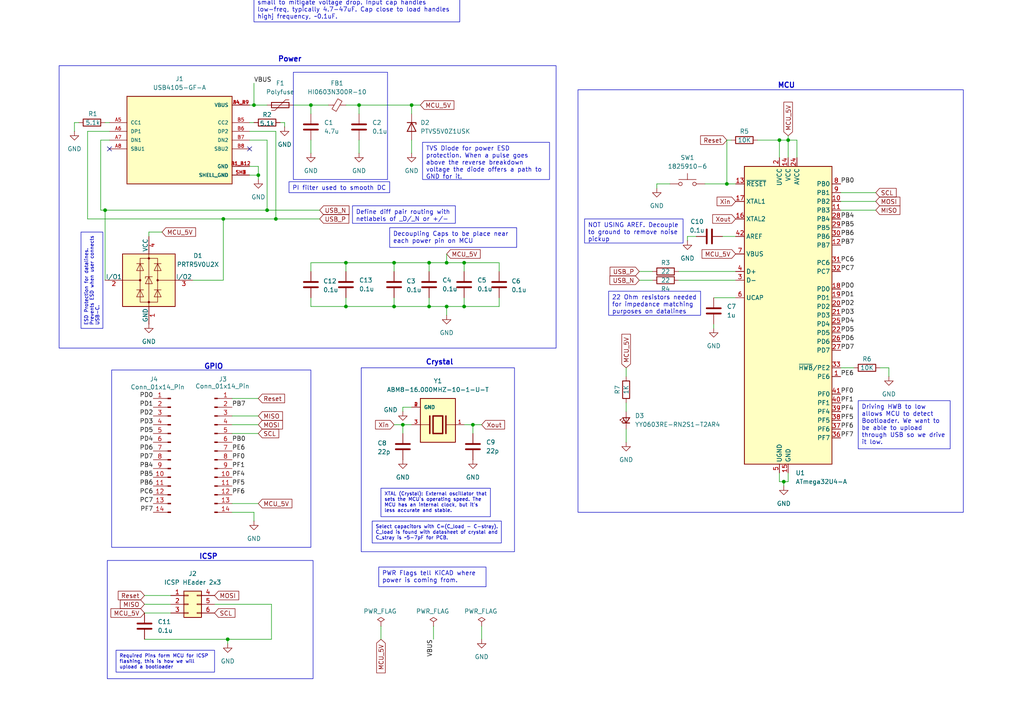
<source format=kicad_sch>
(kicad_sch (version 20250114) (generator "eeschema") (generator_version "9.0")
  (paper "A4")
  (title_block (title "ATmega32U4") (company "Practice") (comment 1 "Dev board PCB design"))
  (lib_symbols
    (symbol "ABM8-16.000MHZ-10-1-U-T:ABM8-16.000MHZ-10-1-U-T" (pin_names (offset 1.016))
      (property "Reference" "Y" (at -5.0878 6.3559 0))
      (property "Value" "ABM8-16.000MHZ-10-1-U-T" (at -5.0944 -10.16 0))
      (symbol "ABM8-16.000MHZ-10-1-U-T_0_0"
        (polyline (pts (xy -5.08 0) (xy -2.54 0)) (stroke (width 0.1524)))
        (rectangle (start -5.08 -7.62) (end 5.08 5.08) (stroke (width 0.254)) (fill (type background)))
        (polyline (pts (xy -2.3368 2.54) (xy -2.3368 -2.54)) (stroke (width 0.4064)))
        (polyline (pts (xy -1.397 2.54) (xy -1.397 -2.54)) (stroke (width 0.4064)))
        (polyline (pts (xy -1.397 2.54) (xy 1.397 2.54)) (stroke (width 0.4064)))
        (polyline (pts (xy 1.397 2.54) (xy 1.397 -2.54)) (stroke (width 0.4064)))
        (polyline (pts (xy 1.397 -2.54) (xy -1.397 -2.54)) (stroke (width 0.4064)))
        (polyline (pts (xy 2.3368 2.54) (xy 2.3368 -2.54)) (stroke (width 0.4064)))
        (polyline (pts (xy 2.54 0) (xy 5.08 0)) (stroke (width 0.1524)))
        (pin passive line (at -7.62 0 0) (length 2.54) (name "~") (number "1"))
        (pin passive line (at 7.62 0 180) (length 2.54) (name "~") (number "3"))
        (pin power_in line (at 7.62 -5.08 180) (length 2.54) (name "GND") (number "2"))
        (pin power_in line (at 7.62 -5.08 180) (length 2.54) (name "GND") (number "4"))
      )
    )
    (symbol "Connector:Conn_01x14_Pin" (pin_names (offset 1.016) (hide yes))
      (property "Reference" "J" (at 0 17.78 0))
      (property "Value" "Conn_01x14_Pin" (at 0 -20.32 0))
      (symbol "Conn_01x14_Pin_1_1"
        (rectangle (start 0.8636 15.367) (end 0 15.113) (stroke (width 0.1524)) (fill (type outline)))
        (rectangle (start 0.8636 12.827) (end 0 12.573) (stroke (width 0.1524)) (fill (type outline)))
        (rectangle (start 0.8636 10.287) (end 0 10.033) (stroke (width 0.1524)) (fill (type outline)))
        (rectangle (start 0.8636 7.747) (end 0 7.493) (stroke (width 0.1524)) (fill (type outline)))
        (rectangle (start 0.8636 5.207) (end 0 4.953) (stroke (width 0.1524)) (fill (type outline)))
        (rectangle (start 0.8636 2.667) (end 0 2.413) (stroke (width 0.1524)) (fill (type outline)))
        (rectangle (start 0.8636 0.127) (end 0 -0.127) (stroke (width 0.1524)) (fill (type outline)))
        (rectangle (start 0.8636 -2.413) (end 0 -2.667) (stroke (width 0.1524)) (fill (type outline)))
        (rectangle (start 0.8636 -4.953) (end 0 -5.207) (stroke (width 0.1524)) (fill (type outline)))
        (rectangle (start 0.8636 -7.493) (end 0 -7.747) (stroke (width 0.1524)) (fill (type outline)))
        (rectangle (start 0.8636 -10.033) (end 0 -10.287) (stroke (width 0.1524)) (fill (type outline)))
        (rectangle (start 0.8636 -12.573) (end 0 -12.827) (stroke (width 0.1524)) (fill (type outline)))
        (rectangle (start 0.8636 -15.113) (end 0 -15.367) (stroke (width 0.1524)) (fill (type outline)))
        (rectangle (start 0.8636 -17.653) (end 0 -17.907) (stroke (width 0.1524)) (fill (type outline)))
        (polyline (pts (xy 1.27 15.24) (xy 0.8636 15.24)) (stroke (width 0.1524)))
        (polyline (pts (xy 1.27 12.7) (xy 0.8636 12.7)) (stroke (width 0.1524)))
        (polyline (pts (xy 1.27 10.16) (xy 0.8636 10.16)) (stroke (width 0.1524)))
        (polyline (pts (xy 1.27 7.62) (xy 0.8636 7.62)) (stroke (width 0.1524)))
        (polyline (pts (xy 1.27 5.08) (xy 0.8636 5.08)) (stroke (width 0.1524)))
        (polyline (pts (xy 1.27 2.54) (xy 0.8636 2.54)) (stroke (width 0.1524)))
        (polyline (pts (xy 1.27 0) (xy 0.8636 0)) (stroke (width 0.1524)))
        (polyline (pts (xy 1.27 -2.54) (xy 0.8636 -2.54)) (stroke (width 0.1524)))
        (polyline (pts (xy 1.27 -5.08) (xy 0.8636 -5.08)) (stroke (width 0.1524)))
        (polyline (pts (xy 1.27 -7.62) (xy 0.8636 -7.62)) (stroke (width 0.1524)))
        (polyline (pts (xy 1.27 -10.16) (xy 0.8636 -10.16)) (stroke (width 0.1524)))
        (polyline (pts (xy 1.27 -12.7) (xy 0.8636 -12.7)) (stroke (width 0.1524)))
        (polyline (pts (xy 1.27 -15.24) (xy 0.8636 -15.24)) (stroke (width 0.1524)))
        (polyline (pts (xy 1.27 -17.78) (xy 0.8636 -17.78)) (stroke (width 0.1524)))
        (pin passive line (at 5.08 15.24 180) (length 3.81) (name "Pin_1") (number "1"))
        (pin passive line (at 5.08 12.7 180) (length 3.81) (name "Pin_2") (number "2"))
        (pin passive line (at 5.08 10.16 180) (length 3.81) (name "Pin_3") (number "3"))
        (pin passive line (at 5.08 7.62 180) (length 3.81) (name "Pin_4") (number "4"))
        (pin passive line (at 5.08 5.08 180) (length 3.81) (name "Pin_5") (number "5"))
        (pin passive line (at 5.08 2.54 180) (length 3.81) (name "Pin_6") (number "6"))
        (pin passive line (at 5.08 0 180) (length 3.81) (name "Pin_7") (number "7"))
        (pin passive line (at 5.08 -2.54 180) (length 3.81) (name "Pin_8") (number "8"))
        (pin passive line (at 5.08 -5.08 180) (length 3.81) (name "Pin_9") (number "9"))
        (pin passive line (at 5.08 -7.62 180) (length 3.81) (name "Pin_10") (number "10"))
        (pin passive line (at 5.08 -10.16 180) (length 3.81) (name "Pin_11") (number "11"))
        (pin passive line (at 5.08 -12.7 180) (length 3.81) (name "Pin_12") (number "12"))
        (pin passive line (at 5.08 -15.24 180) (length 3.81) (name "Pin_13") (number "13"))
        (pin passive line (at 5.08 -17.78 180) (length 3.81) (name "Pin_14") (number "14"))
      )
    )
    (symbol "Connector_Generic:Conn_02x03_Top_Bottom" (pin_names (offset 1.016) (hide yes))
      (property "Reference" "J" (at 1.27 5.08 0))
      (property "Value" "Conn_02x03_Top_Bottom" (at 1.27 -5.08 0))
      (symbol "Conn_02x03_Top_Bottom_1_1"
        (rectangle (start -1.27 3.81) (end 3.81 -3.81) (stroke (width 0.254)) (fill (type background)))
        (rectangle (start -1.27 2.667) (end 0 2.413) (stroke (width 0.1524)))
        (rectangle (start -1.27 0.127) (end 0 -0.127) (stroke (width 0.1524)))
        (rectangle (start -1.27 -2.413) (end 0 -2.667) (stroke (width 0.1524)))
        (rectangle (start 3.81 2.667) (end 2.54 2.413) (stroke (width 0.1524)))
        (rectangle (start 3.81 0.127) (end 2.54 -0.127) (stroke (width 0.1524)))
        (rectangle (start 3.81 -2.413) (end 2.54 -2.667) (stroke (width 0.1524)))
        (pin passive line (at -5.08 2.54 0) (length 3.81) (name "Pin_1") (number "1"))
        (pin passive line (at -5.08 0 0) (length 3.81) (name "Pin_2") (number "2"))
        (pin passive line (at -5.08 -2.54 0) (length 3.81) (name "Pin_3") (number "3"))
        (pin passive line (at 7.62 2.54 180) (length 3.81) (name "Pin_4") (number "4"))
        (pin passive line (at 7.62 0 180) (length 3.81) (name "Pin_5") (number "5"))
        (pin passive line (at 7.62 -2.54 180) (length 3.81) (name "Pin_6") (number "6"))
      )
    )
    (symbol "Device:C" (pin_numbers (hide yes)) (pin_names (offset 0.254))
      (property "Reference" "C" (at 0.635 2.54 0))
      (property "Value" "C" (at 0.635 -2.54 0))
      (symbol "C_0_1"
        (polyline (pts (xy -2.032 0.762) (xy 2.032 0.762)) (stroke (width 0.508)))
        (polyline (pts (xy -2.032 -0.762) (xy 2.032 -0.762)) (stroke (width 0.508)))
      )
      (symbol "C_1_1"
        (pin passive line (at 0 3.81 270) (length 2.794) (name "~") (number "1"))
        (pin passive line (at 0 -3.81 90) (length 2.794) (name "~") (number "2"))
      )
    )
    (symbol "Device:FerriteBead_Small" (pin_numbers (hide yes)) (pin_names (offset 0))
      (property "Reference" "FB" (at 1.905 1.27 0))
      (property "Value" "FerriteBead_Small" (at 1.905 -1.27 0))
      (symbol "FerriteBead_Small_0_1"
        (polyline (pts (xy -1.8288 0.2794) (xy -1.1176 1.4986) (xy 1.8288 -0.2032) (xy 1.1176 -1.4224) (xy -1.8288 0.2794)))
        (polyline (pts (xy 0 0.889) (xy 0 1.2954)))
        (polyline (pts (xy 0 -1.27) (xy 0 -0.7874)))
      )
      (symbol "FerriteBead_Small_1_1"
        (pin passive line (at 0 2.54 270) (length 1.27) (name "~") (number "1"))
        (pin passive line (at 0 -2.54 90) (length 1.27) (name "~") (number "2"))
      )
    )
    (symbol "Device:LED_Small" (pin_numbers (hide yes)) (pin_names (offset 0.254) (hide yes))
      (property "Reference" "D" (at -1.27 3.175 0))
      (property "Value" "LED_Small" (at -4.445 -2.54 0))
      (symbol "LED_Small_0_1"
        (polyline (pts (xy -0.762 -1.016) (xy -0.762 1.016)) (stroke (width 0.254)))
        (polyline (pts (xy 0 0.762) (xy -0.508 1.27) (xy -0.254 1.27) (xy -0.508 1.27) (xy -0.508 1.016)))
        (polyline (pts (xy 0.508 1.27) (xy 0 1.778) (xy 0.254 1.778) (xy 0 1.778) (xy 0 1.524)))
        (polyline (pts (xy 0.762 -1.016) (xy -0.762 0) (xy 0.762 1.016) (xy 0.762 -1.016)) (stroke (width 0.254)))
        (polyline (pts (xy 1.016 0) (xy -0.762 0)))
      )
      (symbol "LED_Small_1_1"
        (pin passive line (at -2.54 0 0) (length 1.778) (name "K") (number "1"))
        (pin passive line (at 2.54 0 180) (length 1.778) (name "A") (number "2"))
      )
    )
    (symbol "Device:Polyfuse" (pin_numbers (hide yes)) (pin_names (offset 0))
      (property "Reference" "F" (at -2.54 0 90))
      (property "Value" "Polyfuse" (at 2.54 0 90))
      (symbol "Polyfuse_0_1"
        (polyline (pts (xy -1.524 2.54) (xy -1.524 1.524) (xy 1.524 -1.524) (xy 1.524 -2.54)))
        (rectangle (start -0.762 2.54) (end 0.762 -2.54) (stroke (width 0.254)))
        (polyline (pts (xy 0 2.54) (xy 0 -2.54)))
      )
      (symbol "Polyfuse_1_1"
        (pin passive line (at 0 3.81 270) (length 1.27) (name "~") (number "1"))
        (pin passive line (at 0 -3.81 90) (length 1.27) (name "~") (number "2"))
      )
    )
    (symbol "Device:R" (pin_numbers (hide yes)) (pin_names (offset 0))
      (property "Reference" "R" (at 2.032 0 90))
      (property "Value" "R" (at 0 0 90))
      (symbol "R_0_1"
        (rectangle (start -1.016 -2.54) (end 1.016 2.54) (stroke (width 0.254)))
      )
      (symbol "R_1_1"
        (pin passive line (at 0 3.81 270) (length 1.27) (name "~") (number "1"))
        (pin passive line (at 0 -3.81 90) (length 1.27) (name "~") (number "2"))
      )
    )
    (symbol "Diode:PTVS5V0Z1USK" (pin_numbers (hide yes)) (pin_names (hide yes))
      (property "Reference" "D" (at 0 2.54 0))
      (property "Value" "PTVS5V0Z1USK" (at 0 -2.54 0))
      (symbol "PTVS5V0Z1USK_0_1"
        (polyline (pts (xy -1.27 -1.27) (xy -1.27 1.27) (xy -0.762 1.27)) (stroke (width 0.254)))
        (polyline (pts (xy 1.27 0) (xy -1.27 0)))
        (polyline (pts (xy 1.27 -1.27) (xy 1.27 1.27) (xy -1.27 0) (xy 1.27 -1.27)) (stroke (width 0.254)))
      )
      (symbol "PTVS5V0Z1USK_1_1"
        (pin passive line (at -3.81 0 0) (length 2.54) (name "K") (number "1"))
        (pin passive line (at 3.81 0 180) (length 2.54) (name "A") (number "2"))
      )
    )
    (symbol "MCU_Microchip_ATmega:ATmega32U4-A"
      (property "Reference" "U" (at -12.7 44.45 0))
      (property "Value" "ATmega32U4-A" (at 2.54 -44.45 0))
      (symbol "ATmega32U4-A_0_1"
        (rectangle (start -12.7 -43.18) (end 12.7 43.18) (stroke (width 0.254)) (fill (type background)))
      )
      (symbol "ATmega32U4-A_1_1"
        (pin input line (at -15.24 38.1 0) (length 2.54) (name "~{RESET}") (number "13"))
        (pin input line (at -15.24 33.02 0) (length 2.54) (name "XTAL1") (number "17"))
        (pin output line (at -15.24 27.94 0) (length 2.54) (name "XTAL2") (number "16"))
        (pin passive line (at -15.24 22.86 0) (length 2.54) (name "AREF") (number "42"))
        (pin input line (at -15.24 17.78 0) (length 2.54) (name "VBUS") (number "7"))
        (pin bidirectional line (at -15.24 12.7 0) (length 2.54) (name "D+") (number "4"))
        (pin bidirectional line (at -15.24 10.16 0) (length 2.54) (name "D-") (number "3"))
        (pin passive line (at -15.24 5.08 0) (length 2.54) (name "UCAP") (number "6"))
        (pin power_in line (at -2.54 45.72 270) (length 2.54) (name "UVCC") (number "2"))
        (pin passive line (at -2.54 -45.72 90) (length 2.54) (name "UGND") (number "5"))
        (pin power_in line (at 0 45.72 270) (length 2.54) (name "VCC") (number "14"))
        (pin passive line (at 0 45.72 270) (length 2.54) (hide yes) (name "VCC") (number "34"))
        (pin power_in line (at 0 -45.72 90) (length 2.54) (name "GND") (number "15"))
        (pin passive line (at 0 -45.72 90) (length 2.54) (hide yes) (name "GND") (number "23"))
        (pin passive line (at 0 -45.72 90) (length 2.54) (hide yes) (name "GND") (number "35"))
        (pin passive line (at 0 -45.72 90) (length 2.54) (hide yes) (name "GND") (number "43"))
        (pin power_in line (at 2.54 45.72 270) (length 2.54) (name "AVCC") (number "24"))
        (pin passive line (at 2.54 45.72 270) (length 2.54) (hide yes) (name "AVCC") (number "44"))
        (pin bidirectional line (at 15.24 38.1 180) (length 2.54) (name "PB0") (number "8"))
        (pin bidirectional line (at 15.24 35.56 180) (length 2.54) (name "PB1") (number "9"))
        (pin bidirectional line (at 15.24 33.02 180) (length 2.54) (name "PB2") (number "10"))
        (pin bidirectional line (at 15.24 30.48 180) (length 2.54) (name "PB3") (number "11"))
        (pin bidirectional line (at 15.24 27.94 180) (length 2.54) (name "PB4") (number "28"))
        (pin bidirectional line (at 15.24 25.4 180) (length 2.54) (name "PB5") (number "29"))
        (pin bidirectional line (at 15.24 22.86 180) (length 2.54) (name "PB6") (number "30"))
        (pin bidirectional line (at 15.24 20.32 180) (length 2.54) (name "PB7") (number "12"))
        (pin bidirectional line (at 15.24 15.24 180) (length 2.54) (name "PC6") (number "31"))
        (pin bidirectional line (at 15.24 12.7 180) (length 2.54) (name "PC7") (number "32"))
        (pin bidirectional line (at 15.24 7.62 180) (length 2.54) (name "PD0") (number "18"))
        (pin bidirectional line (at 15.24 5.08 180) (length 2.54) (name "PD1") (number "19"))
        (pin bidirectional line (at 15.24 2.54 180) (length 2.54) (name "PD2") (number "20"))
        (pin bidirectional line (at 15.24 0 180) (length 2.54) (name "PD3") (number "21"))
        (pin bidirectional line (at 15.24 -2.54 180) (length 2.54) (name "PD4") (number "25"))
        (pin bidirectional line (at 15.24 -5.08 180) (length 2.54) (name "PD5") (number "22"))
        (pin bidirectional line (at 15.24 -7.62 180) (length 2.54) (name "PD6") (number "26"))
        (pin bidirectional line (at 15.24 -10.16 180) (length 2.54) (name "PD7") (number "27"))
        (pin bidirectional line (at 15.24 -15.24 180) (length 2.54) (name "~{HWB}/PE2") (number "33"))
        (pin bidirectional line (at 15.24 -17.78 180) (length 2.54) (name "PE6") (number "1"))
        (pin bidirectional line (at 15.24 -22.86 180) (length 2.54) (name "PF0") (number "41"))
        (pin bidirectional line (at 15.24 -25.4 180) (length 2.54) (name "PF1") (number "40"))
        (pin bidirectional line (at 15.24 -27.94 180) (length 2.54) (name "PF4") (number "39"))
        (pin bidirectional line (at 15.24 -30.48 180) (length 2.54) (name "PF5") (number "38"))
        (pin bidirectional line (at 15.24 -33.02 180) (length 2.54) (name "PF6") (number "37"))
        (pin bidirectional line (at 15.24 -35.56 180) (length 2.54) (name "PF7") (number "36"))
      )
    )
    (symbol "Power_Protection:PRTR5V0U2X" (pin_names (offset 0))
      (property "Reference" "D" (at 2.794 8.636 0))
      (property "Value" "PRTR5V0U2X" (at 8.128 -9.398 0))
      (symbol "PRTR5V0U2X_0_1"
        (rectangle (start -7.62 -7.62) (end 7.62 7.62) (stroke (width 0.254)) (fill (type background)))
        (polyline (pts (xy -3.556 2.794) (xy -1.524 2.794) (xy -2.54 4.826) (xy -3.556 2.794)))
        (polyline (pts (xy -3.556 -4.826) (xy -1.524 -4.826) (xy -2.54 -2.794) (xy -3.556 -4.826)))
        (rectangle (start -2.54 6.35) (end 2.54 -6.35))
        (circle (center -2.54 0) (radius 0.254) (fill (type outline)))
        (polyline (pts (xy -2.54 0) (xy -7.62 0)))
        (polyline (pts (xy -1.524 4.826) (xy -3.556 4.826)))
        (polyline (pts (xy -1.524 -2.794) (xy -3.556 -2.794)))
        (polyline (pts (xy -1.016 -1.016) (xy 1.016 -1.016) (xy 0 1.016) (xy -1.016 -1.016)))
        (circle (center 0 6.35) (radius 0.254) (fill (type outline)))
        (circle (center 0 -6.35) (radius 0.254) (fill (type outline)))
        (polyline (pts (xy 0 -7.62) (xy 0 7.62)))
        (polyline (pts (xy 1.016 1.016) (xy -1.016 1.016) (xy -1.016 0.508)))
        (polyline (pts (xy 1.524 4.826) (xy 3.556 4.826)))
        (polyline (pts (xy 1.524 -2.794) (xy 3.556 -2.794)))
        (polyline (pts (xy 2.54 0) (xy 7.62 0)))
        (circle (center 2.54 0) (radius 0.254) (fill (type outline)))
        (polyline (pts (xy 3.556 2.794) (xy 1.524 2.794) (xy 2.54 4.826) (xy 3.556 2.794)))
        (polyline (pts (xy 3.556 -4.826) (xy 1.524 -4.826) (xy 2.54 -2.794) (xy 3.556 -4.826)))
      )
      (symbol "PRTR5V0U2X_1_1"
        (pin passive line (at -12.7 0 0) (length 5.08) (name "I/O1") (number "2"))
        (pin passive line (at 0 12.7 270) (length 5.08) (name "VCC") (number "4"))
        (pin passive line (at 0 -12.7 90) (length 5.08) (name "GND") (number "1"))
        (pin passive line (at 12.7 0 180) (length 5.08) (name "I/O2") (number "3"))
      )
    )
    (symbol "Switch:SW_Push" (pin_numbers (hide yes)) (pin_names (offset 1.016) (hide yes))
      (property "Reference" "SW" (at 1.27 2.54 0))
      (property "Value" "SW_Push" (at 0 -1.524 0))
      (symbol "SW_Push_0_1"
        (circle (center -2.032 0) (radius 0.508))
        (polyline (pts (xy 0 1.27) (xy 0 3.048)))
        (circle (center 2.032 0) (radius 0.508))
        (polyline (pts (xy 2.54 1.27) (xy -2.54 1.27)))
        (pin passive line (at -5.08 0 0) (length 2.54) (name "1") (number "1"))
        (pin passive line (at 5.08 0 180) (length 2.54) (name "2") (number "2"))
      )
    )
    (symbol "USB4105-GF-A:USB4105-GF-A" (pin_names (offset 1.016))
      (property "Reference" "J" (at -15.24 13.97 0))
      (property "Value" "USB4105-GF-A" (at -15.24 -15.24 0))
      (symbol "USB4105-GF-A_0_0"
        (rectangle (start -15.24 -12.7) (end 15.24 12.7) (stroke (width 0.254)) (fill (type background)))
        (pin bidirectional line (at -20.32 5.08 0) (length 5.08) (name "CC1") (number "A5"))
        (pin bidirectional line (at -20.32 2.54 0) (length 5.08) (name "DP1") (number "A6"))
        (pin bidirectional line (at -20.32 0 0) (length 5.08) (name "DN1") (number "A7"))
        (pin bidirectional line (at -20.32 -2.54 0) (length 5.08) (name "SBU1") (number "A8"))
        (pin power_in line (at 20.32 10.16 180) (length 5.08) (name "VBUS") (number "A4_B9"))
        (pin power_in line (at 20.32 10.16 180) (length 5.08) (name "VBUS") (number "B4_A9"))
        (pin bidirectional line (at 20.32 5.08 180) (length 5.08) (name "CC2") (number "B5"))
        (pin bidirectional line (at 20.32 2.54 180) (length 5.08) (name "DP2") (number "B6"))
        (pin bidirectional line (at 20.32 0 180) (length 5.08) (name "DN2") (number "B7"))
        (pin bidirectional line (at 20.32 -2.54 180) (length 5.08) (name "SBU2") (number "B8"))
        (pin power_in line (at 20.32 -7.62 180) (length 5.08) (name "GND") (number "A1_B12"))
        (pin power_in line (at 20.32 -7.62 180) (length 5.08) (name "GND") (number "B1_A12"))
        (pin power_in line (at 20.32 -10.16 180) (length 5.08) (name "SHELL_GND") (number "SH1"))
        (pin power_in line (at 20.32 -10.16 180) (length 5.08) (name "SHELL_GND") (number "SH2"))
        (pin power_in line (at 20.32 -10.16 180) (length 5.08) (name "SHELL_GND") (number "SH3"))
        (pin power_in line (at 20.32 -10.16 180) (length 5.08) (name "SHELL_GND") (number "SH4"))
      )
    )
    (symbol "power:GND" (power) (pin_numbers (hide yes)) (pin_names (offset 0) (hide yes))
      (property "Value" "GND" (at 0 -3.81 0))
      (symbol "GND_0_1"
        (polyline (pts (xy 0 0) (xy 0 -1.27) (xy 1.27 -1.27) (xy 0 -2.54) (xy -1.27 -1.27) (xy 0 -1.27)))
      )
      (symbol "GND_1_1"
        (pin power_in line (at 0 0 270) (length 0) (name "~") (number "1"))
      )
    )
    (symbol "power:PWR_FLAG" (power) (pin_numbers (hide yes)) (pin_names (offset 0) (hide yes))
      (property "Value" "PWR_FLAG" (at 0 3.81 0))
      (symbol "PWR_FLAG_0_0"
        (pin power_out line (at 0 0 90) (length 0) (name "~") (number "1"))
      )
      (symbol "PWR_FLAG_0_1"
        (polyline (pts (xy 0 0) (xy 0 1.27) (xy -1.016 1.905) (xy 0 2.54) (xy 1.016 1.905) (xy 0 1.27)))
      )
    )
  )
  (rectangle (start 167.64 26.035) (end 279.4 148.59))
  (rectangle (start 104.775 106.68) (end 149.225 160.02))
  (rectangle (start 32.385 107.315) (end 90.17 158.75))
  (rectangle (start 85.09 20.955) (end 112.395 52.07))
  (rectangle (start 17.145 19.05) (end 161.29 100.965))
  (rectangle (start 31.115 162.56) (end 90.805 196.85))
  (text "MCU\n" (at 228.092 24.892 0) (effects (font (size 1.5 1.5) (thickness 0.3) (bold yes))))
  (text "GPIO\n" (at 61.976 106.426 0) (effects (font (size 1.5 1.5) (thickness 0.3) (bold yes))))
  (text "Crystal\n" (at 127.508 105.156 0) (effects (font (size 1.5 1.5) (thickness 0.3) (bold yes))))
  (text "ICSP\n" (at 60.452 161.544 0) (effects (font (size 1.5 1.5) (thickness 0.3) (bold yes))))
  (text "Power\n" (at 84.074 17.272 0) (effects (font (size 1.5 1.5) (thickness 0.3) (bold yes))))
  (text_box "Driving HWB to low allows MCU to detect Bootloader. We want to be able to upload through USB so we drive it low.\n" (at 248.92 116.205 0) (size 26.67 13.97) (margins 0.9525 0.9525 0.9525 0.9525) (effects (font (size 1.27 1.27)) (justify left top)))
  (text_box "NOT USING AREF. Decouple to ground to remove noise pickup\n" (at 169.545 63.5 0) (size 28.575 6.985) (margins 0.9525 0.9525 0.9525 0.9525) (effects (font (size 1.27 1.27)) (justify left top)))
  (text_box "Ferrite Bead works as frequency dependent resistor. Resistive at higher frequency.\nFor Pi filter low-frequency is handled by large bulk cpacitor, medium/high frequency is handled by bead and small cap. Choose a bead with significant impedance at around 10-500 MHz but make sure DC resistance is still small to mitigate voltage drop. Input cap handles low-freq, typically 4.7-47uF. Cap close to load handles highj frequency, ~0.1uF." (at 73.66 -13.335 0) (size 59.69 19.685) (margins 0.9525 0.9525 0.9525 0.9525) (effects (font (size 1.27 1.27)) (justify left top)))
  (text_box "PWR Flags tell KiCAD where power is coming from.\n" (at 109.855 164.465 0) (size 31.115 5.715) (margins 0.9525 0.9525 0.9525 0.9525) (effects (font (size 1.27 1.27)) (justify left top)))
  (text_box "PI filter used to smooth DC" (at 83.82 52.705 0) (size 29.21 3.175) (margins 0.9525 0.9525 0.9525 0.9525) (effects (font (size 1.27 1.27)) (justify left top)))
  (text_box "ESD Protection for datalines. Prevents ESD when user connects USB-C." (at 23.495 67.31 90) (size 6.35 27.94) (margins 0.9525 0.9525 0.9525 0.9525) (effects (font (size 1 1)) (justify left top)))
  (text_box "TVS Diode for power ESD protection. When a pulse goes above the reverse breakdown voltage the diode offers a path to GND for it." (at 122.555 41.275 0) (size 36.83 10.795) (margins 0.9525 0.9525 0.9525 0.9525) (effects (font (size 1.27 1.27)) (justify left top)))
  (text_box "22 Ohm resistors needed for impedance matching purposes on datalines\n" (at 176.53 84.455 0) (size 26.67 6.985) (margins 0.9525 0.9525 0.9525 0.9525) (effects (font (size 1.27 1.27)) (justify left top)))
  (text_box "Required Pins form MCU for ICSP flashing, this is how we will upload a bootloader\n" (at 33.655 188.595 0) (size 28.575 6.35) (margins 0.9525 0.9525 0.9525 0.9525) (effects (font (size 1 1)) (justify left top)))
  (text_box "Decoupling Caps to be place near each power pin on MCU\n" (at 113.03 66.04 0) (size 36.83 5.715) (margins 0.9525 0.9525 0.9525 0.9525) (effects (font (size 1.27 1.27)) (justify left top)))
  (text_box "XTAL (Crystal): External oscillator that sets the MCU's operating speed. The MCU has an internal clock, but it's less accurate and stable." (at 110.49 141.605 0) (size 31.75 8.255) (margins 0.9525 0.9525 0.9525 0.9525) (effects (font (size 1 1)) (justify left top)))
  (text_box "Select capacitors with C=(C_load - C-stray). C_load is found with datasheet of crystal and C_stray is ~5-7pF for PCB.\n" (at 107.95 151.13 0) (size 37.465 6.35) (margins 0.9525 0.9525 0.9525 0.9525) (effects (font (size 1 1)) (justify left top)))
  (text_box "Define diff pair routing with netlabels of _D/_N or +/-\n" (at 102.235 59.69 0) (size 29.845 5.08) (margins 0.9525 0.9525 0.9525 0.9525) (effects (font (size 1.27 1.27)) (justify left top)))
  (junction (at 124.46 88.9))
  (junction (at 114.3 88.9))
  (junction (at 100.33 76.2))
  (junction (at 228.6 40.64))
  (junction (at 134.62 76.2))
  (junction (at 100.33 88.9))
  (junction (at 227.33 139.7))
  (junction (at 119.38 30.48))
  (junction (at 129.54 88.9))
  (junction (at 80.01 63.5))
  (junction (at 77.47 60.96))
  (junction (at 129.54 76.2))
  (junction (at 74.93 50.8))
  (junction (at 124.46 76.2))
  (junction (at 73.66 30.48))
  (junction (at 137.16 123.19))
  (junction (at 64.77 63.5))
  (junction (at 226.06 40.64))
  (junction (at 210.82 53.34))
  (junction (at 90.17 30.48))
  (junction (at 30.48 60.96))
  (junction (at 114.3 76.2))
  (junction (at 104.14 30.48))
  (junction (at 66.04 185.42))
  (junction (at 134.62 88.9))
  (junction (at 116.84 123.19))
  (no_connect (at 31.75 43.18))
  (no_connect (at 72.39 43.18))
  (wire (pts (xy 100.33 76.2) (xy 100.33 78.74)))
  (wire (pts (xy 129.54 88.9) (xy 134.62 88.9)))
  (wire (pts (xy 226.06 45.72) (xy 226.06 40.64)))
  (wire (pts (xy 72.39 38.1) (xy 80.01 38.1)))
  (wire (pts (xy 227.33 139.7) (xy 228.6 139.7)))
  (wire (pts (xy 114.3 78.74) (xy 114.3 76.2)))
  (wire (pts (xy 181.61 106.68) (xy 181.61 109.22)))
  (wire (pts (xy 21.59 35.56) (xy 22.86 35.56)))
  (wire (pts (xy 73.66 24.13) (xy 73.66 30.48)))
  (wire (pts (xy 134.62 123.19) (xy 137.16 123.19)))
  (wire (pts (xy 228.6 137.16) (xy 228.6 139.7)))
  (wire (pts (xy 210.82 53.34) (xy 210.82 40.64)))
  (wire (pts (xy 137.16 123.19) (xy 139.7 123.19)))
  (wire (pts (xy 231.14 40.64) (xy 231.14 45.72)))
  (wire (pts (xy 124.46 88.9) (xy 129.54 88.9)))
  (wire (pts (xy 104.14 40.64) (xy 104.14 44.45)))
  (wire (pts (xy 72.39 48.26) (xy 74.93 48.26)))
  (wire (pts (xy 134.62 76.2) (xy 144.78 76.2)))
  (wire (pts (xy 90.17 40.64) (xy 90.17 44.45)))
  (wire (pts (xy 243.84 60.96) (xy 254 60.96)))
  (wire (pts (xy 74.93 146.05) (xy 67.31 146.05)))
  (wire (pts (xy 90.17 78.74) (xy 90.17 76.2)))
  (wire (pts (xy 185.42 81.28) (xy 189.23 81.28)))
  (wire (pts (xy 124.46 76.2) (xy 129.54 76.2)))
  (wire (pts (xy 116.84 125.73) (xy 116.84 123.19)))
  (wire (pts (xy 134.62 88.9) (xy 144.78 88.9)))
  (wire (pts (xy 196.85 78.74) (xy 213.36 78.74)))
  (wire (pts (xy 181.61 124.46) (xy 181.61 128.27)))
  (wire (pts (xy 41.91 177.8) (xy 49.53 177.8)))
  (wire (pts (xy 124.46 86.36) (xy 124.46 88.9)))
  (wire (pts (xy 254 55.88) (xy 243.84 55.88)))
  (wire (pts (xy 77.47 40.64) (xy 77.47 60.96)))
  (wire (pts (xy 104.14 30.48) (xy 104.14 33.02)))
  (wire (pts (xy 72.39 35.56) (xy 73.66 35.56)))
  (wire (pts (xy 90.17 88.9) (xy 100.33 88.9)))
  (wire (pts (xy 194.31 53.34) (xy 190.5 53.34)))
  (wire (pts (xy 204.47 53.34) (xy 210.82 53.34)))
  (wire (pts (xy 43.18 68.58) (xy 43.18 67.31)))
  (wire (pts (xy 129.54 73.66) (xy 129.54 76.2)))
  (wire (pts (xy 77.47 60.96) (xy 92.71 60.96)))
  (wire (pts (xy 228.6 40.64) (xy 231.14 40.64)))
  (wire (pts (xy 114.3 86.36) (xy 114.3 88.9)))
  (wire (pts (xy 226.06 137.16) (xy 226.06 139.7)))
  (wire (pts (xy 78.74 185.42) (xy 66.04 185.42)))
  (wire (pts (xy 100.33 30.48) (xy 104.14 30.48)))
  (wire (pts (xy 100.33 86.36) (xy 100.33 88.9)))
  (wire (pts (xy 257.81 106.68) (xy 257.81 109.22)))
  (wire (pts (xy 199.39 68.58) (xy 199.39 69.85)))
  (wire (pts (xy 74.93 48.26) (xy 74.93 50.8)))
  (wire (pts (xy 67.31 148.59) (xy 73.66 148.59)))
  (wire (pts (xy 219.71 40.64) (xy 226.06 40.64)))
  (wire (pts (xy 124.46 76.2) (xy 124.46 78.74)))
  (wire (pts (xy 81.28 35.56) (xy 82.55 35.56)))
  (wire (pts (xy 67.31 125.73) (xy 74.93 125.73)))
  (wire (pts (xy 66.04 186.69) (xy 66.04 185.42)))
  (wire (pts (xy 228.6 40.64) (xy 228.6 45.72)))
  (wire (pts (xy 29.21 60.96) (xy 30.48 60.96)))
  (wire (pts (xy 82.55 35.56) (xy 82.55 36.83)))
  (wire (pts (xy 21.59 35.56) (xy 21.59 38.1)))
  (wire (pts (xy 144.78 76.2) (xy 144.78 78.74)))
  (wire (pts (xy 64.77 63.5) (xy 80.01 63.5)))
  (wire (pts (xy 134.62 86.36) (xy 134.62 88.9)))
  (wire (pts (xy 119.38 30.48) (xy 119.38 33.02)))
  (wire (pts (xy 114.3 76.2) (xy 124.46 76.2)))
  (wire (pts (xy 64.77 81.28) (xy 64.77 63.5)))
  (wire (pts (xy 30.48 35.56) (xy 31.75 35.56)))
  (wire (pts (xy 190.5 53.34) (xy 190.5 54.61)))
  (wire (pts (xy 55.88 81.28) (xy 64.77 81.28)))
  (wire (pts (xy 80.01 63.5) (xy 92.71 63.5)))
  (wire (pts (xy 114.3 123.19) (xy 116.84 123.19)))
  (wire (pts (xy 72.39 40.64) (xy 77.47 40.64)))
  (wire (pts (xy 116.84 123.19) (xy 119.38 123.19)))
  (wire (pts (xy 43.18 67.31) (xy 46.99 67.31)))
  (wire (pts (xy 119.38 30.48) (xy 121.92 30.48)))
  (wire (pts (xy 31.75 40.64) (xy 29.21 40.64)))
  (wire (pts (xy 30.48 60.96) (xy 30.48 81.28)))
  (wire (pts (xy 137.16 123.19) (xy 137.16 125.73)))
  (wire (pts (xy 73.66 30.48) (xy 77.47 30.48)))
  (wire (pts (xy 72.39 30.48) (xy 73.66 30.48)))
  (wire (pts (xy 73.66 148.59) (xy 73.66 151.13)))
  (wire (pts (xy 25.4 63.5) (xy 64.77 63.5)))
  (wire (pts (xy 119.38 40.64) (xy 119.38 44.45)))
  (wire (pts (xy 134.62 76.2) (xy 134.62 78.74)))
  (wire (pts (xy 90.17 76.2) (xy 100.33 76.2)))
  (wire (pts (xy 210.82 40.64) (xy 212.09 40.64)))
  (wire (pts (xy 129.54 76.2) (xy 134.62 76.2)))
  (wire (pts (xy 25.4 38.1) (xy 25.4 63.5)))
  (wire (pts (xy 181.61 116.84) (xy 181.61 119.38)))
  (wire (pts (xy 139.7 181.61) (xy 139.7 185.42)))
  (wire (pts (xy 74.93 115.57) (xy 67.31 115.57)))
  (wire (pts (xy 100.33 88.9) (xy 114.3 88.9)))
  (wire (pts (xy 255.27 106.68) (xy 257.81 106.68)))
  (wire (pts (xy 228.6 39.37) (xy 228.6 40.64)))
  (wire (pts (xy 116.84 118.11) (xy 116.84 119.38)))
  (wire (pts (xy 254 58.42) (xy 243.84 58.42)))
  (wire (pts (xy 90.17 86.36) (xy 90.17 88.9)))
  (wire (pts (xy 196.85 81.28) (xy 213.36 81.28)))
  (wire (pts (xy 67.31 123.19) (xy 74.93 123.19)))
  (wire (pts (xy 207.01 93.98) (xy 207.01 95.25)))
  (wire (pts (xy 144.78 88.9) (xy 144.78 86.36)))
  (wire (pts (xy 119.38 118.11) (xy 116.84 118.11)))
  (wire (pts (xy 74.93 50.8) (xy 74.93 52.07)))
  (wire (pts (xy 90.17 30.48) (xy 90.17 33.02)))
  (wire (pts (xy 226.06 40.64) (xy 228.6 40.64)))
  (wire (pts (xy 85.09 30.48) (xy 90.17 30.48)))
  (wire (pts (xy 209.55 68.58) (xy 213.36 68.58)))
  (wire (pts (xy 29.21 40.64) (xy 29.21 60.96)))
  (wire (pts (xy 104.14 30.48) (xy 119.38 30.48)))
  (wire (pts (xy 41.91 175.26) (xy 49.53 175.26)))
  (wire (pts (xy 80.01 38.1) (xy 80.01 63.5)))
  (wire (pts (xy 213.36 53.34) (xy 210.82 53.34)))
  (wire (pts (xy 199.39 68.58) (xy 201.93 68.58)))
  (wire (pts (xy 78.74 175.26) (xy 78.74 185.42)))
  (wire (pts (xy 30.48 60.96) (xy 77.47 60.96)))
  (wire (pts (xy 72.39 50.8) (xy 74.93 50.8)))
  (wire (pts (xy 41.91 185.42) (xy 66.04 185.42)))
  (wire (pts (xy 90.17 30.48) (xy 95.25 30.48)))
  (wire (pts (xy 129.54 88.9) (xy 129.54 91.44)))
  (wire (pts (xy 185.42 78.74) (xy 189.23 78.74)))
  (wire (pts (xy 100.33 76.2) (xy 114.3 76.2)))
  (wire (pts (xy 110.49 181.61) (xy 110.49 185.42)))
  (wire (pts (xy 227.33 139.7) (xy 227.33 140.97)))
  (wire (pts (xy 41.91 172.72) (xy 49.53 172.72)))
  (wire (pts (xy 62.23 175.26) (xy 78.74 175.26)))
  (wire (pts (xy 226.06 139.7) (xy 227.33 139.7)))
  (wire (pts (xy 125.73 181.61) (xy 125.73 185.42)))
  (wire (pts (xy 243.84 106.68) (xy 247.65 106.68)))
  (wire (pts (xy 67.31 120.65) (xy 74.93 120.65)))
  (wire (pts (xy 207.01 86.36) (xy 213.36 86.36)))
  (wire (pts (xy 114.3 88.9) (xy 124.46 88.9)))
  (wire (pts (xy 31.75 38.1) (xy 25.4 38.1)))
  (label "PF5" (at 67.31 140.97 0))
  (label "PD4" (at 44.45 128.27 180))
  (label "PE6" (at 67.31 130.81 0))
  (label "PD2" (at 44.45 120.65 180))
  (label "PD7" (at 44.45 133.35 180))
  (label "PF1" (at 67.31 135.89 0))
  (label "PE6" (at 243.84 109.22 0))
  (label "PF4" (at 243.84 119.38 0))
  (label "PF5" (at 243.84 121.92 0))
  (label "PF6" (at 243.84 124.46 0))
  (label "PF7" (at 243.84 127 0))
  (label "PF0" (at 243.84 114.3 0))
  (label "PF1" (at 243.84 116.84 0))
  (label "PD3" (at 44.45 123.19 180))
  (label "PC6" (at 243.84 76.2 0))
  (label "PC7" (at 243.84 78.74 0))
  (label "PB0" (at 67.31 128.27 0))
  (label "PC6" (at 44.45 143.51 180))
  (label "PB6" (at 44.45 140.97 180))
  (label "PD0" (at 243.84 83.82 0))
  (label "PD1" (at 243.84 86.36 0))
  (label "PD5" (at 243.84 96.52 0))
  (label "PD4" (at 243.84 93.98 0))
  (label "PD2" (at 243.84 88.9 0))
  (label "PD3" (at 243.84 91.44 0))
  (label "PD6" (at 243.84 99.06 0))
  (label "PD7" (at 243.84 101.6 0))
  (label "PD1" (at 44.45 118.11 180))
  (label "PF4" (at 67.31 138.43 0))
  (label "PF6" (at 67.31 143.51 0))
  (label "PB4" (at 44.45 135.89 180))
  (label "PD5" (at 44.45 125.73 180))
  (label "VBUS" (at 73.66 24.13 0))
  (label "PD0" (at 44.45 115.57 180))
  (label "VBUS" (at 125.73 185.42 270))
  (label "PD6" (at 44.45 130.81 180))
  (label "PB5" (at 44.45 138.43 180))
  (label "PF0" (at 67.31 133.35 0))
  (label "PB7" (at 67.31 118.11 0))
  (label "PB7" (at 243.84 71.12 0))
  (label "PB5" (at 243.84 66.04 0))
  (label "PB6" (at 243.84 68.58 0))
  (label "PB4" (at 243.84 63.5 0))
  (label "PB0" (at 243.84 53.34 0))
  (label "PF7" (at 44.45 148.59 180))
  (label "PC7" (at 44.45 146.05 180))
  (global_label "USB_N" (shape input) (at 185.42 81.28 180) (property "Intersheetrefs" "${INTERSHEET_REFS}" (effects (hide yes))))
  (global_label "USB_P" (shape input) (at 92.71 63.5 0) (property "Intersheetrefs" "${INTERSHEET_REFS}" (effects (hide yes))))
  (global_label "MCU_5V" (shape input) (at 110.49 185.42 270) (property "Intersheetrefs" "${INTERSHEET_REFS}" (effects (hide yes))))
  (global_label "Xout" (shape input) (at 213.36 63.5 180) (property "Intersheetrefs" "${INTERSHEET_REFS}" (effects (hide yes))))
  (global_label "SCL" (shape input) (at 254 55.88 0) (property "Intersheetrefs" "${INTERSHEET_REFS}" (effects (hide yes))))
  (global_label "MCU_5V" (shape input) (at 41.91 177.8 180) (property "Intersheetrefs" "${INTERSHEET_REFS}" (effects (hide yes))))
  (global_label "MISO" (shape input) (at 254 60.96 0) (property "Intersheetrefs" "${INTERSHEET_REFS}" (effects (hide yes))))
  (global_label "MOSI" (shape input) (at 62.23 172.72 0) (property "Intersheetrefs" "${INTERSHEET_REFS}" (effects (hide yes))))
  (global_label "MCU_5V" (shape input) (at 74.93 146.05 0) (property "Intersheetrefs" "${INTERSHEET_REFS}" (effects (hide yes))))
  (global_label "Xin" (shape input) (at 213.36 58.42 180) (property "Intersheetrefs" "${INTERSHEET_REFS}" (effects (hide yes))))
  (global_label "USB_P" (shape input) (at 185.42 78.74 180) (property "Intersheetrefs" "${INTERSHEET_REFS}" (effects (hide yes))))
  (global_label "MCU_5V" (shape input) (at 181.61 106.68 90) (property "Intersheetrefs" "${INTERSHEET_REFS}" (effects (hide yes))))
  (global_label "MCU_5V" (shape input) (at 228.6 39.37 90) (property "Intersheetrefs" "${INTERSHEET_REFS}" (effects (hide yes))))
  (global_label "MISO" (shape input) (at 74.93 120.65 0) (property "Intersheetrefs" "${INTERSHEET_REFS}" (effects (hide yes))))
  (global_label "Xin" (shape input) (at 114.3 123.19 180) (property "Intersheetrefs" "${INTERSHEET_REFS}" (effects (hide yes))))
  (global_label "MOSI" (shape input) (at 254 58.42 0) (property "Intersheetrefs" "${INTERSHEET_REFS}" (effects (hide yes))))
  (global_label "SCL" (shape input) (at 74.93 125.73 0) (property "Intersheetrefs" "${INTERSHEET_REFS}" (effects (hide yes))))
  (global_label "MCU_5V" (shape input) (at 213.36 73.66 180) (property "Intersheetrefs" "${INTERSHEET_REFS}" (effects (hide yes))))
  (global_label "USB_N" (shape input) (at 92.71 60.96 0) (property "Intersheetrefs" "${INTERSHEET_REFS}" (effects (hide yes))))
  (global_label "Reset" (shape input) (at 41.91 172.72 180) (property "Intersheetrefs" "${INTERSHEET_REFS}" (effects (hide yes))))
  (global_label "MCU_5V" (shape input) (at 46.99 67.31 0) (property "Intersheetrefs" "${INTERSHEET_REFS}" (effects (hide yes))))
  (global_label "MCU_5V" (shape input) (at 121.92 30.48 0) (property "Intersheetrefs" "${INTERSHEET_REFS}" (effects (hide yes))))
  (global_label "Xout" (shape input) (at 139.7 123.19 0) (property "Intersheetrefs" "${INTERSHEET_REFS}" (effects (hide yes))))
  (global_label "SCL" (shape input) (at 62.23 177.8 0) (property "Intersheetrefs" "${INTERSHEET_REFS}" (effects (hide yes))))
  (global_label "MCU_5V" (shape input) (at 129.54 73.66 0) (property "Intersheetrefs" "${INTERSHEET_REFS}" (effects (hide yes))))
  (global_label "Reset" (shape input) (at 74.93 115.57 0) (property "Intersheetrefs" "${INTERSHEET_REFS}" (effects (hide yes))))
  (global_label "Reset" (shape input) (at 210.82 40.64 180) (property "Intersheetrefs" "${INTERSHEET_REFS}" (effects (hide yes))))
  (global_label "MISO" (shape input) (at 41.91 175.26 180) (property "Intersheetrefs" "${INTERSHEET_REFS}" (effects (hide yes))))
  (global_label "MOSI" (shape input) (at 74.93 123.19 0) (property "Intersheetrefs" "${INTERSHEET_REFS}" (effects (hide yes))))
  (symbol (lib_id "Switch:SW_Push") (at 199.39 53.34 0) (unit 1)
    (property "Reference" "SW1" (at 199.39 45.72 0))
    (property "Value" "1825910-6" (at 199.39 48.26 0))
    (property "Footprint" "Inductor_SMD:L_0805_2012Metric_Pad1.05x1.20mm_HandSolder" (effects (hide yes)))
    (property "Description" "Push button switch, generic, two pins" (effects (hide yes)))
  )
  (symbol (lib_id "Power_Protection:PRTR5V0U2X") (at 43.18 81.28 0) (unit 1)
    (property "Reference" "D1" (at 57.404 74.168 0))
    (property "Value" "PRTR5V0U2X" (at 57.404 76.708 0))
    (property "Footprint" "Package_TO_SOT_SMD:SOT-143" (effects (hide yes)))
    (property "Datasheet" "https://assets.nexperia.com/documents/data-sheet/PRTR5V0U2X.pdf" (effects (hide yes)))
    (property "Description" "Ultra low capacitance double rail-to-rail ESD protection diode, SOT-143" (effects (hide yes)))
  )
  (symbol (lib_id "Device:R") (at 193.04 81.28 90) (unit 1)
    (property "Reference" "R4" (at 193.04 83.82 90))
    (property "Value" "22" (at 193.04 81.28 90))
    (property "Footprint" "Resistor_SMD:R_0402_1005Metric" (effects (hide yes)))
    (property "Description" "Resistor" (effects (hide yes)))
  )
  (symbol (lib_id "power:GND") (at 21.59 38.1 0) (unit 1)
    (property "Reference" "#PWR08" (effects (hide yes)))
    (property "Value" "GND" (at 21.59 43.18 0))
    (property "Description" "Power symbol creates a global label with name \"GND\" , ground" (effects (hide yes)))
  )
  (symbol (lib_id "USB4105-GF-A:USB4105-GF-A") (at 52.07 40.64 0) (unit 1)
    (property "Reference" "J1" (at 52.07 22.86 0))
    (property "Value" "USB4105-GF-A" (at 52.07 25.4 0))
    (property "Footprint" "Footprints:GCT_USB4105-GF-A" (effects (hide yes)))
    (property "MF" "GCT" (effects (hide yes)))
    (property "MAXIMUM_PACKAGE_HEIGHT" "3.31 mm" (effects (hide yes)))
    (property "Package" "None" (effects (hide yes)))
    (property "Price" "None" (effects (hide yes)))
    (property "Check_prices" "https://www.snapeda.com/parts/USB4105-GF-A/Global+Connector+Technology/view-part/?ref=eda" (effects (hide yes)))
    (property "STANDARD" "Manufacturer Recommendations" (effects (hide yes)))
    (property "PARTREV" "B4" (effects (hide yes)))
    (property "SnapEDA_Link" "https://www.snapeda.com/parts/USB4105-GF-A/Global+Connector+Technology/view-part/?ref=snap" (effects (hide yes)))
    (property "MP" "USB4105-GF-A" (effects (hide yes)))
    (property "Description_1" "USB-C (USB TYPE-C) USB 2.0 Receptacle Connector 24 (16+8 Dummy) Position Surface Mount, Right Angle; Through Hole" (effects (hide yes)))
    (property "Availability" "In Stock" (effects (hide yes)))
    (property "MANUFACTURER" "GCT" (effects (hide yes)))
  )
  (symbol (lib_id "power:PWR_FLAG") (at 110.49 181.61 0) (unit 1)
    (property "Reference" "#FLG03" (effects (hide yes)))
    (property "Value" "PWR_FLAG" (at 110.236 177.292 0))
    (property "Description" "Special symbol for telling ERC where power comes from" (effects (hide yes)))
  )
  (symbol (lib_id "power:GND") (at 199.39 69.85 0) (unit 1)
    (property "Reference" "#PWR016" (effects (hide yes)))
    (property "Value" "GND" (at 199.39 74.93 0))
    (property "Description" "Power symbol creates a global label with name \"GND\" , ground" (effects (hide yes)))
  )
  (symbol (lib_id "Device:C") (at 137.16 129.54 0) (unit 1)
    (property "Reference" "C9" (at 140.97 128.2699 0) (effects (justify left)))
    (property "Value" "22p" (at 140.97 130.8099 0) (effects (justify left)))
    (property "Footprint" "Capacitor_SMD:C_0402_1005Metric" (effects (hide yes)))
    (property "Description" "Unpolarized capacitor" (effects (hide yes)))
  )
  (symbol (lib_id "power:GND") (at 116.84 133.35 0) (unit 1)
    (property "Reference" "#PWR02" (effects (hide yes)))
    (property "Value" "GND" (at 116.84 138.43 0))
    (property "Description" "Power symbol creates a global label with name \"GND\" , ground" (effects (hide yes)))
  )
  (symbol (lib_id "power:GND") (at 129.54 91.44 0) (unit 1)
    (property "Reference" "#PWR04" (effects (hide yes)))
    (property "Value" "GND" (at 129.54 96.52 0))
    (property "Description" "Power symbol creates a global label with name \"GND\" , ground" (effects (hide yes)))
  )
  (symbol (lib_id "Device:C") (at 100.33 82.55 0) (unit 1)
    (property "Reference" "C13" (at 104.14 81.2799 0) (effects (justify left)))
    (property "Value" "0.1u" (at 104.14 83.8199 0) (effects (justify left)))
    (property "Footprint" "Capacitor_SMD:C_0402_1005Metric" (effects (hide yes)))
    (property "Description" "Unpolarized capacitor" (effects (hide yes)))
  )
  (symbol (lib_id "power:GND") (at 137.16 133.35 0) (unit 1)
    (property "Reference" "#PWR03" (effects (hide yes)))
    (property "Value" "GND" (at 137.16 138.43 0))
    (property "Description" "Power symbol creates a global label with name \"GND\" , ground" (effects (hide yes)))
  )
  (symbol (lib_id "power:PWR_FLAG") (at 139.7 181.61 0) (unit 1)
    (property "Reference" "#FLG05" (effects (hide yes)))
    (property "Value" "PWR_FLAG" (at 139.446 177.292 0))
    (property "Description" "Special symbol for telling ERC where power comes from" (effects (hide yes)))
  )
  (symbol (lib_id "power:GND") (at 82.55 36.83 0) (unit 1)
    (property "Reference" "#PWR07" (effects (hide yes)))
    (property "Value" "GND" (at 82.55 41.91 0))
    (property "Description" "Power symbol creates a global label with name \"GND\" , ground" (effects (hide yes)))
  )
  (symbol (lib_id "power:GND") (at 227.33 140.97 0) (unit 1)
    (property "Reference" "#PWR012" (effects (hide yes)))
    (property "Value" "GND" (at 227.33 146.05 0))
    (property "Description" "Power symbol creates a global label with name \"GND\" , ground" (effects (hide yes)))
  )
  (symbol (lib_id "Connector:Conn_01x14_Pin") (at 49.53 130.81 0) (mirror y) (unit 1)
    (property "Reference" "J4" (at 43.434 109.982 0) (effects (justify right)))
    (property "Value" "Conn_01x14_Pin" (at 37.846 112.268 0) (effects (justify right)))
    (property "Footprint" "Connector_PinSocket_2.00mm:PinSocket_1x14_P2.00mm_Vertical" (effects (hide yes)))
    (property "Description" "Generic connector, single row, 01x14, script generated" (effects (hide yes)))
  )
  (symbol (lib_id "power:PWR_FLAG") (at 125.73 181.61 0) (unit 1)
    (property "Reference" "#FLG04" (effects (hide yes)))
    (property "Value" "PWR_FLAG" (at 125.476 177.292 0))
    (property "Description" "Special symbol for telling ERC where power comes from" (effects (hide yes)))
  )
  (symbol (lib_id "Device:C") (at 90.17 36.83 0) (unit 1)
    (property "Reference" "C1" (at 93.98 35.5599 0) (effects (justify left)))
    (property "Value" "4.7u" (at 93.98 38.0999 0) (effects (justify left)))
    (property "Footprint" "Capacitor_SMD:C_0402_1005Metric" (effects (hide yes)))
    (property "Description" "Unpolarized capacitor" (effects (hide yes)))
  )
  (symbol (lib_id "power:GND") (at 119.38 44.45 0) (unit 1)
    (property "Reference" "#PWR09" (effects (hide yes)))
    (property "Value" "GND" (at 119.38 49.53 0))
    (property "Description" "Power symbol creates a global label with name \"GND\" , ground" (effects (hide yes)))
  )
  (symbol (lib_id "Device:R") (at 215.9 40.64 270) (unit 1)
    (property "Reference" "R5" (at 215.9 38.1 90))
    (property "Value" "10K" (at 215.9 40.64 90))
    (property "Footprint" "Resistor_SMD:R_0402_1005Metric" (effects (hide yes)))
    (property "Description" "Resistor" (effects (hide yes)))
  )
  (symbol (lib_id "Device:C") (at 205.74 68.58 90) (unit 1)
    (property "Reference" "C10" (at 202.184 64.262 90))
    (property "Value" "0.1u" (at 202.184 66.802 90))
    (property "Footprint" "Capacitor_SMD:C_0402_1005Metric" (effects (hide yes)))
    (property "Description" "Unpolarized capacitor" (effects (hide yes)))
  )
  (symbol (lib_id "Diode:PTVS5V0Z1USK") (at 119.38 36.83 270) (unit 1)
    (property "Reference" "D2" (at 121.92 35.5599 90) (effects (justify left)))
    (property "Value" "PTVS5V0Z1USK" (at 121.92 38.0999 90) (effects (justify left)))
    (property "Footprint" "Diode_SMD:Nexperia_DSN1608-2_1.6x0.8mm" (effects (hide yes)))
    (property "Datasheet" "https://assets.nexperia.com/documents/data-sheet/PTVS5V0Z1USK.pdf" (effects (hide yes)))
    (property "Description" "5V, 1200W TVS unidirectional diode, DSN1608-2" (effects (hide yes)))
  )
  (symbol (lib_id "MCU_Microchip_ATmega:ATmega32U4-A") (at 228.6 91.44 0) (unit 1)
    (property "Reference" "U1" (at 230.7433 137.16 0) (effects (justify left)))
    (property "Value" "ATmega32U4-A" (at 230.7433 139.7 0) (effects (justify left)))
    (property "Footprint" "Footprints:QFP80P1200X1200X120-44N" (effects (hide yes)))
    (property "Datasheet" "http://ww1.microchip.com/downloads/en/DeviceDoc/Atmel-7766-8-bit-AVR-ATmega16U4-32U4_Datasheet.pdf" (effects (hide yes)))
    (property "Description" "16MHz, 32kB Flash, 2.5kB SRAM, 1kB EEPROM, USB 2.0, TQFP-44" (effects (hide yes)))
  )
  (symbol (lib_id "Device:C") (at 114.3 82.55 0) (unit 1)
    (property "Reference" "C3" (at 117.856 81.534 0) (effects (justify left)))
    (property "Value" "0.1u" (at 117.856 84.074 0) (effects (justify left)))
    (property "Footprint" "Capacitor_SMD:C_0402_1005Metric" (effects (hide yes)))
    (property "Description" "Unpolarized capacitor" (effects (hide yes)))
  )
  (symbol (lib_id "Device:C") (at 134.62 82.55 0) (unit 1)
    (property "Reference" "C5" (at 138.43 81.2799 0) (effects (justify left)))
    (property "Value" "0.1u" (at 138.43 83.8199 0) (effects (justify left)))
    (property "Footprint" "Capacitor_SMD:C_0402_1005Metric" (effects (hide yes)))
    (property "Description" "Unpolarized capacitor" (effects (hide yes)))
  )
  (symbol (lib_id "power:GND") (at 181.61 128.27 0) (unit 1)
    (property "Reference" "#PWR019" (effects (hide yes)))
    (property "Value" "GND" (at 181.61 133.35 0))
    (property "Description" "Power symbol creates a global label with name \"GND\" , ground" (effects (hide yes)))
  )
  (symbol (lib_id "power:GND") (at 257.81 109.22 0) (unit 1)
    (property "Reference" "#PWR011" (effects (hide yes)))
    (property "Value" "GND" (at 257.81 114.3 0))
    (property "Description" "Power symbol creates a global label with name \"GND\" , ground" (effects (hide yes)))
  )
  (symbol (lib_id "Device:C") (at 144.78 82.55 0) (unit 1)
    (property "Reference" "C6" (at 148.336 81.534 0) (effects (justify left)))
    (property "Value" "0.1u" (at 148.336 84.074 0) (effects (justify left)))
    (property "Footprint" "Capacitor_SMD:C_0402_1005Metric" (effects (hide yes)))
    (property "Description" "Unpolarized capacitor" (effects (hide yes)))
  )
  (symbol (lib_id "Device:FerriteBead_Small") (at 97.79 30.48 90) (unit 1)
    (property "Reference" "FB1" (at 97.7519 24.13 90))
    (property "Value" "HI0603N300R-10" (at 97.7519 26.67 90))
    (property "Footprint" "Inductor_SMD:L_0805_2012Metric_Pad1.05x1.20mm_HandSolder" (effects (hide yes)))
    (property "Description" "Ferrite bead, small symbol" (effects (hide yes)))
  )
  (symbol (lib_id "Device:R") (at 181.61 113.03 0) (unit 1)
    (property "Reference" "R7" (at 179.07 113.03 90))
    (property "Value" "1K" (at 181.61 113.03 90))
    (property "Footprint" "Resistor_SMD:R_0402_1005Metric" (effects (hide yes)))
    (property "Description" "Resistor" (effects (hide yes)))
  )
  (symbol (lib_id "Device:Polyfuse") (at 81.28 30.48 90) (unit 1)
    (property "Reference" "F1" (at 81.28 24.13 90))
    (property "Value" "Polyfuse" (at 81.28 26.67 90))
    (property "Footprint" "Fuse:Fuse_0805_2012Metric_Pad1.15x1.40mm_HandSolder" (effects (hide yes)))
    (property "Description" "Resettable fuse, polymeric positive temperature coefficient" (effects (hide yes)))
  )
  (symbol (lib_id "power:GND") (at 139.7 185.42 0) (unit 1)
    (property "Reference" "#PWR020" (effects (hide yes)))
    (property "Value" "GND" (at 139.7 190.5 0))
    (property "Description" "Power symbol creates a global label with name \"GND\" , ground" (effects (hide yes)))
  )
  (symbol (lib_id "Device:LED_Small") (at 181.61 121.92 90) (unit 1)
    (property "Reference" "D3" (at 184.15 120.5864 90) (effects (justify right)))
    (property "Value" "YY0603RE-RN2S1-T2AR4" (at 184.15 123.1264 90) (effects (justify right)))
    (property "Footprint" "LED_SMD:LED_0603_1608Metric" (effects (hide yes)))
    (property "Description" "Light emitting diode, small symbol" (effects (hide yes)))
    (property "Sim.Pin" "1=K 2=A" (effects (hide yes)))
  )
  (symbol (lib_id "Device:C") (at 41.91 181.61 0) (unit 1)
    (property "Reference" "C11" (at 45.72 180.3399 0) (effects (justify left)))
    (property "Value" "0.1u" (at 45.72 182.8799 0) (effects (justify left)))
    (property "Footprint" "Capacitor_SMD:C_0402_1005Metric" (effects (hide yes)))
    (property "Description" "Unpolarized capacitor" (effects (hide yes)))
  )
  (symbol (lib_id "Connector_Generic:Conn_02x03_Top_Bottom") (at 54.61 175.26 0) (unit 1)
    (property "Reference" "J2" (at 55.88 166.37 0))
    (property "Value" "ICSP HEader 2x3" (at 55.88 168.91 0))
    (property "Footprint" "Connector_PinHeader_1.00mm:PinHeader_2x03_P1.00mm_Vertical" (effects (hide yes)))
    (property "Description" "Generic connector, double row, 02x03, top/bottom pin numbering scheme (row 1: 1...pins_per_row, row2: pins_per_row+1 ... num_pins), script generated (kicad-library-utils/schlib/autogen/connector/)" (effects (hide yes)))
  )
  (symbol (lib_id "power:GND") (at 66.04 186.69 0) (unit 1)
    (property "Reference" "#PWR017" (effects (hide yes)))
    (property "Value" "GND" (at 66.04 191.77 0))
    (property "Description" "Power symbol creates a global label with name \"GND\" , ground" (effects (hide yes)))
  )
  (symbol (lib_id "power:GND") (at 190.5 54.61 0) (unit 1)
    (property "Reference" "#PWR013" (effects (hide yes)))
    (property "Value" "GND" (at 190.5 59.69 0))
    (property "Description" "Power symbol creates a global label with name \"GND\" , ground" (effects (hide yes)))
  )
  (symbol (lib_id "Device:R") (at 77.47 35.56 90) (unit 1)
    (property "Reference" "R2" (at 77.47 33.274 90))
    (property "Value" "5.1k" (at 77.47 35.814 90))
    (property "Footprint" "Resistor_SMD:R_0402_1005Metric" (effects (hide yes)))
    (property "Description" "Resistor" (effects (hide yes)))
  )
  (symbol (lib_id "Connector:Conn_01x14_Pin") (at 62.23 130.81 0) (unit 1)
    (property "Reference" "J3" (at 64.643 109.982 0))
    (property "Value" "Conn_01x14_Pin" (at 64.516 112.014 0))
    (property "Footprint" "Connector_PinSocket_2.00mm:PinSocket_1x14_P2.00mm_Vertical" (effects (hide yes)))
    (property "Description" "Generic connector, single row, 01x14, script generated" (effects (hide yes)))
  )
  (symbol (lib_id "Device:C") (at 104.14 36.83 0) (unit 1)
    (property "Reference" "C2" (at 107.95 35.5599 0) (effects (justify left)))
    (property "Value" "0.1u" (at 107.95 38.0999 0) (effects (justify left)))
    (property "Footprint" "Capacitor_SMD:C_0402_1005Metric" (effects (hide yes)))
    (property "Description" "Unpolarized capacitor" (effects (hide yes)))
  )
  (symbol (lib_id "Device:C") (at 124.46 82.55 0) (unit 1)
    (property "Reference" "C4" (at 128.27 81.2799 0) (effects (justify left)))
    (property "Value" "0.1u" (at 128.27 83.8199 0) (effects (justify left)))
    (property "Footprint" "Capacitor_SMD:C_0402_1005Metric" (effects (hide yes)))
    (property "Description" "Unpolarized capacitor" (effects (hide yes)))
  )
  (symbol (lib_id "power:GND") (at 90.17 44.45 0) (unit 1)
    (property "Reference" "#PWR014" (effects (hide yes)))
    (property "Value" "GND" (at 90.17 49.53 0))
    (property "Description" "Power symbol creates a global label with name \"GND\" , ground" (effects (hide yes)))
  )
  (symbol (lib_id "power:GND") (at 207.01 95.25 0) (unit 1)
    (property "Reference" "#PWR010" (effects (hide yes)))
    (property "Value" "GND" (at 207.01 100.33 0))
    (property "Description" "Power symbol creates a global label with name \"GND\" , ground" (effects (hide yes)))
  )
  (symbol (lib_id "Device:C") (at 90.17 82.55 0) (unit 1)
    (property "Reference" "C12" (at 93.726 81.534 0) (effects (justify left)))
    (property "Value" "0.1u" (at 93.726 84.074 0) (effects (justify left)))
    (property "Footprint" "Capacitor_SMD:C_0402_1005Metric" (effects (hide yes)))
    (property "Description" "Unpolarized capacitor" (effects (hide yes)))
  )
  (symbol (lib_id "power:GND") (at 74.93 52.07 0) (unit 1)
    (property "Reference" "#PWR06" (effects (hide yes)))
    (property "Value" "GND" (at 74.93 57.15 0))
    (property "Description" "Power symbol creates a global label with name \"GND\" , ground" (effects (hide yes)))
  )
  (symbol (lib_id "power:GND") (at 116.84 119.38 0) (unit 1)
    (property "Reference" "#PWR01" (effects (hide yes)))
    (property "Value" "GND" (at 113.284 118.872 0))
    (property "Description" "Power symbol creates a global label with name \"GND\" , ground" (effects (hide yes)))
  )
  (symbol (lib_id "Device:R") (at 193.04 78.74 90) (unit 1)
    (property "Reference" "R3" (at 193.04 76.2 90))
    (property "Value" "22" (at 193.04 78.74 90))
    (property "Footprint" "Resistor_SMD:R_0402_1005Metric" (effects (hide yes)))
    (property "Description" "Resistor" (effects (hide yes)))
  )
  (symbol (lib_id "power:GND") (at 43.18 93.98 0) (unit 1)
    (property "Reference" "#PWR05" (effects (hide yes)))
    (property "Value" "GND" (at 43.18 99.06 0))
    (property "Description" "Power symbol creates a global label with name \"GND\" , ground" (effects (hide yes)))
  )
  (symbol (lib_id "Device:C") (at 116.84 129.54 0) (unit 1)
    (property "Reference" "C8" (at 109.474 128.524 0) (effects (justify left)))
    (property "Value" "22p" (at 109.474 131.064 0) (effects (justify left)))
    (property "Footprint" "Capacitor_SMD:C_0402_1005Metric" (effects (hide yes)))
    (property "Description" "Unpolarized capacitor" (effects (hide yes)))
  )
  (symbol (lib_id "power:GND") (at 73.66 151.13 0) (mirror y) (unit 1)
    (property "Reference" "#PWR021" (effects (hide yes)))
    (property "Value" "GND" (at 73.66 156.21 0))
    (property "Description" "Power symbol creates a global label with name \"GND\" , ground" (effects (hide yes)))
  )
  (symbol (lib_id "power:GND") (at 104.14 44.45 0) (unit 1)
    (property "Reference" "#PWR015" (effects (hide yes)))
    (property "Value" "GND" (at 104.14 49.53 0))
    (property "Description" "Power symbol creates a global label with name \"GND\" , ground" (effects (hide yes)))
  )
  (symbol (lib_id "Device:C") (at 207.01 90.17 0) (unit 1)
    (property "Reference" "C7" (at 210.82 88.8999 0) (effects (justify left)))
    (property "Value" "1u" (at 210.82 91.4399 0) (effects (justify left)))
    (property "Footprint" "Capacitor_SMD:C_0402_1005Metric" (effects (hide yes)))
    (property "Description" "Unpolarized capacitor" (effects (hide yes)))
  )
  (symbol (lib_id "ABM8-16.000MHZ-10-1-U-T:ABM8-16.000MHZ-10-1-U-T") (at 127 123.19 180) (unit 1)
    (property "Reference" "Y1" (at 127 110.49 0))
    (property "Value" "ABM8-16.000MHZ-10-1-U-T" (at 127 113.03 0))
    (property "Footprint" "Footprints:XTAL_ABM8-16.000MHZ-10-1-U-T" (effects (hide yes)))
    (property "MF" "Abracon" (effects (hide yes)))
    (property "MAXIMUM_PACKAGE_HEIGHT" "0.8 mm" (effects (hide yes)))
    (property "Package" "NON-STANDARD-4 ABRACON" (effects (hide yes)))
    (property "Price" "None" (effects (hide yes)))
    (property "Check_prices" "https://www.snapeda.com/parts/ABM8-16.000MHZ-10-1-U-T/Abracon/view-part/?ref=eda" (effects (hide yes)))
    (property "STANDARD" "Manufacturer Recommendations" (effects (hide yes)))
    (property "PARTREV" "44041" (effects (hide yes)))
    (property "SnapEDA_Link" "https://www.snapeda.com/parts/ABM8-16.000MHZ-10-1-U-T/Abracon/view-part/?ref=snap" (effects (hide yes)))
    (property "MP" "ABM8-16.000MHZ-10-1-U-T" (effects (hide yes)))
    (property "Description_1" "16 MHz ±10ppm Crystal 10pF 70 Ohms 4-SMD, No Lead" (effects (hide yes)))
    (property "Availability" "In Stock" (effects (hide yes)))
    (property "MANUFACTURER" "Abracon" (effects (hide yes)))
  )
  (symbol (lib_id "Device:R") (at 251.46 106.68 270) (unit 1)
    (property "Reference" "R6" (at 251.46 104.14 90))
    (property "Value" "10K" (at 251.46 106.68 90))
    (property "Footprint" "Resistor_SMD:R_0402_1005Metric" (effects (hide yes)))
    (property "Description" "Resistor" (effects (hide yes)))
  )
  (symbol (lib_id "Device:R") (at 26.67 35.56 90) (unit 1)
    (property "Reference" "R1" (at 26.924 33.02 90))
    (property "Value" "5.1k" (at 26.924 35.56 90))
    (property "Footprint" "Resistor_SMD:R_0402_1005Metric" (effects (hide yes)))
    (property "Description" "Resistor" (effects (hide yes)))
  )
)
</source>
